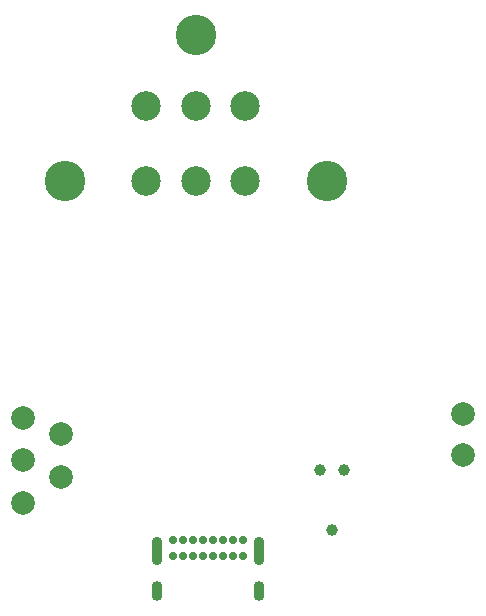
<source format=gbs>
G04 #@! TF.GenerationSoftware,KiCad,Pcbnew,9.0.3*
G04 #@! TF.CreationDate,2025-08-22T23:33:47-04:00*
G04 #@! TF.ProjectId,LINBoard-HW,4c494e42-6f61-4726-942d-48572e6b6963,rev?*
G04 #@! TF.SameCoordinates,Original*
G04 #@! TF.FileFunction,Soldermask,Bot*
G04 #@! TF.FilePolarity,Negative*
%FSLAX46Y46*%
G04 Gerber Fmt 4.6, Leading zero omitted, Abs format (unit mm)*
G04 Created by KiCad (PCBNEW 9.0.3) date 2025-08-22 23:33:47*
%MOMM*%
%LPD*%
G01*
G04 APERTURE LIST*
%ADD10C,2.000000*%
%ADD11C,0.700000*%
%ADD12O,0.900000X2.400000*%
%ADD13O,0.900000X1.700000*%
%ADD14C,0.990600*%
%ADD15C,3.430000*%
%ADD16C,2.500000*%
G04 APERTURE END LIST*
D10*
X22600000Y-32050000D03*
X-11400000Y-33800000D03*
X-14600000Y-36000000D03*
X22600000Y-35600000D03*
D11*
X-1950000Y-42740000D03*
X-1100000Y-42740000D03*
X-250000Y-42740000D03*
X600000Y-42740000D03*
X1450000Y-42740000D03*
X2300000Y-42740000D03*
X3150000Y-42740000D03*
X4000000Y-42740000D03*
X4000000Y-44090000D03*
X3150000Y-44090000D03*
X2300000Y-44090000D03*
X1450000Y-44090000D03*
X600000Y-44090000D03*
X-250000Y-44090000D03*
X-1100000Y-44090000D03*
X-1950000Y-44090000D03*
D12*
X-3300000Y-43720000D03*
D13*
X-3300000Y-47100000D03*
D12*
X5350000Y-43720000D03*
D13*
X5350000Y-47100000D03*
D10*
X-14600000Y-32400000D03*
X-14600000Y-39600000D03*
D14*
X11565000Y-41940000D03*
X10549000Y-36860000D03*
X12581000Y-36860000D03*
D10*
X-11400000Y-37400000D03*
D15*
X-11110000Y-12350000D03*
X0Y0D03*
X11110000Y-12350000D03*
D16*
X4200000Y-12350000D03*
X0Y-12350000D03*
X-4200000Y-12350000D03*
X-4200000Y-6000000D03*
X0Y-6000000D03*
X4200000Y-6000000D03*
M02*

</source>
